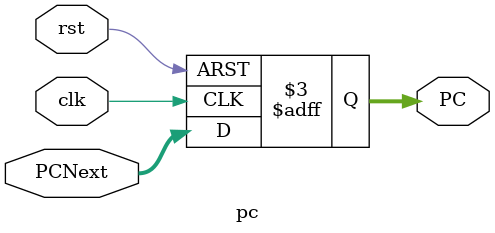
<source format=v>
`timescale 1ns / 1ps


module pc(
    input clk,
    input rst,
    input [31:0] PCNext,
    output reg [31:0] PC
    );
    always@(posedge clk or negedge rst)
    begin
        if(!rst)
            PC<=32'b0;
        else
            PC<=PCNext;
    end
endmodule

</source>
